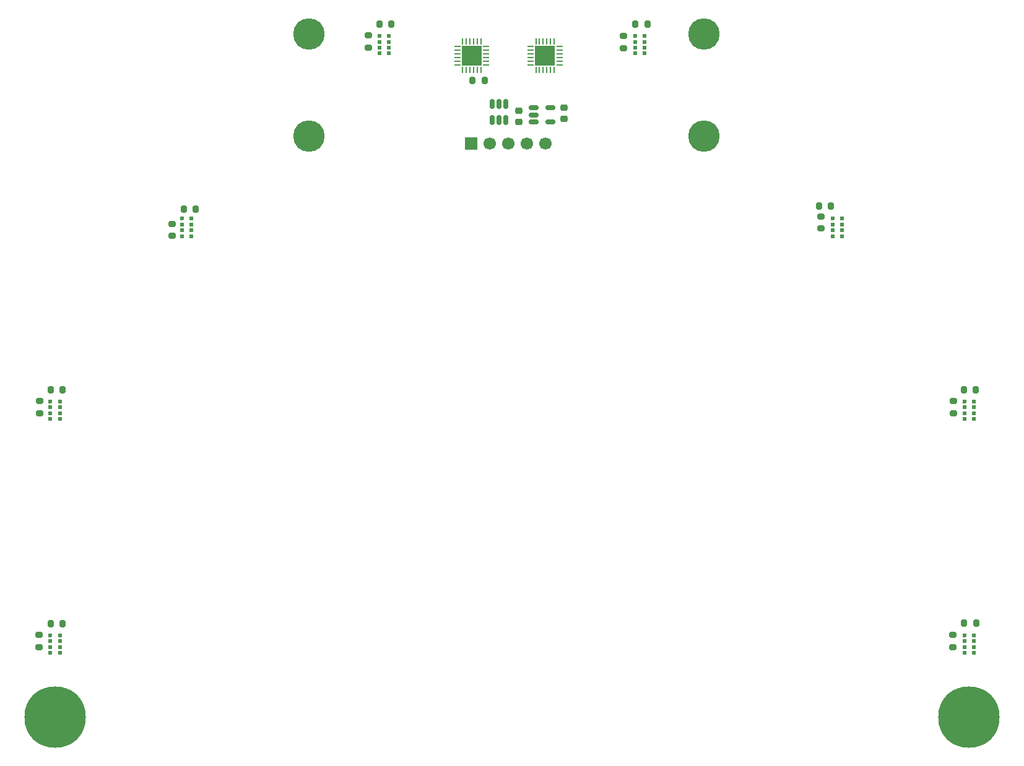
<source format=gbr>
%TF.GenerationSoftware,KiCad,Pcbnew,9.0.1*%
%TF.CreationDate,2025-05-06T09:20:45+02:00*%
%TF.ProjectId,lijnsensor V2 met IO_expander,6c696a6e-7365-46e7-936f-72205632206d,rev?*%
%TF.SameCoordinates,Original*%
%TF.FileFunction,Soldermask,Top*%
%TF.FilePolarity,Negative*%
%FSLAX46Y46*%
G04 Gerber Fmt 4.6, Leading zero omitted, Abs format (unit mm)*
G04 Created by KiCad (PCBNEW 9.0.1) date 2025-05-06 09:20:45*
%MOMM*%
%LPD*%
G01*
G04 APERTURE LIST*
G04 Aperture macros list*
%AMRoundRect*
0 Rectangle with rounded corners*
0 $1 Rounding radius*
0 $2 $3 $4 $5 $6 $7 $8 $9 X,Y pos of 4 corners*
0 Add a 4 corners polygon primitive as box body*
4,1,4,$2,$3,$4,$5,$6,$7,$8,$9,$2,$3,0*
0 Add four circle primitives for the rounded corners*
1,1,$1+$1,$2,$3*
1,1,$1+$1,$4,$5*
1,1,$1+$1,$6,$7*
1,1,$1+$1,$8,$9*
0 Add four rect primitives between the rounded corners*
20,1,$1+$1,$2,$3,$4,$5,0*
20,1,$1+$1,$4,$5,$6,$7,0*
20,1,$1+$1,$6,$7,$8,$9,0*
20,1,$1+$1,$8,$9,$2,$3,0*%
%AMOutline5P*
0 Free polygon, 5 corners , with rotation*
0 The origin of the aperture is its center*
0 number of corners: always 5*
0 $1 to $10 corner X, Y*
0 $11 Rotation angle, in degrees counterclockwise*
0 create outline with 5 corners*
4,1,5,$1,$2,$3,$4,$5,$6,$7,$8,$9,$10,$1,$2,$11*%
%AMOutline6P*
0 Free polygon, 6 corners , with rotation*
0 The origin of the aperture is its center*
0 number of corners: always 6*
0 $1 to $12 corner X, Y*
0 $13 Rotation angle, in degrees counterclockwise*
0 create outline with 6 corners*
4,1,6,$1,$2,$3,$4,$5,$6,$7,$8,$9,$10,$11,$12,$1,$2,$13*%
%AMOutline7P*
0 Free polygon, 7 corners , with rotation*
0 The origin of the aperture is its center*
0 number of corners: always 7*
0 $1 to $14 corner X, Y*
0 $15 Rotation angle, in degrees counterclockwise*
0 create outline with 7 corners*
4,1,7,$1,$2,$3,$4,$5,$6,$7,$8,$9,$10,$11,$12,$13,$14,$1,$2,$15*%
%AMOutline8P*
0 Free polygon, 8 corners , with rotation*
0 The origin of the aperture is its center*
0 number of corners: always 8*
0 $1 to $16 corner X, Y*
0 $17 Rotation angle, in degrees counterclockwise*
0 create outline with 8 corners*
4,1,8,$1,$2,$3,$4,$5,$6,$7,$8,$9,$10,$11,$12,$13,$14,$15,$16,$1,$2,$17*%
G04 Aperture macros list end*
%ADD10RoundRect,0.200000X-0.275000X0.200000X-0.275000X-0.200000X0.275000X-0.200000X0.275000X0.200000X0*%
%ADD11RoundRect,0.062500X0.350000X0.062500X-0.350000X0.062500X-0.350000X-0.062500X0.350000X-0.062500X0*%
%ADD12RoundRect,0.062500X0.062500X0.350000X-0.062500X0.350000X-0.062500X-0.350000X0.062500X-0.350000X0*%
%ADD13R,2.700000X2.700000*%
%ADD14Outline5P,-0.287500X0.244000X0.287500X0.244000X0.287500X-0.067100X0.110600X-0.244000X-0.287500X-0.244000X0.000000*%
%ADD15R,0.575000X0.488000*%
%ADD16C,8.400000*%
%ADD17R,1.700000X1.700000*%
%ADD18C,1.700000*%
%ADD19RoundRect,0.225000X-0.250000X0.225000X-0.250000X-0.225000X0.250000X-0.225000X0.250000X0.225000X0*%
%ADD20C,4.300000*%
%ADD21RoundRect,0.150000X-0.512500X-0.150000X0.512500X-0.150000X0.512500X0.150000X-0.512500X0.150000X0*%
%ADD22RoundRect,0.200000X-0.200000X-0.275000X0.200000X-0.275000X0.200000X0.275000X-0.200000X0.275000X0*%
%ADD23RoundRect,0.150000X0.150000X-0.512500X0.150000X0.512500X-0.150000X0.512500X-0.150000X-0.512500X0*%
G04 APERTURE END LIST*
D10*
%TO.C,R16*%
X53900000Y-106775000D03*
X53900000Y-108425000D03*
%TD*%
D11*
%TO.C,U12*%
X124962500Y-60750000D03*
X124962500Y-60250000D03*
X124962500Y-59750000D03*
X124962500Y-59250000D03*
X124962500Y-58750000D03*
X124962500Y-58250000D03*
D12*
X124250000Y-57537500D03*
X123750000Y-57537500D03*
X123250000Y-57537500D03*
X122750000Y-57537500D03*
X122250000Y-57537500D03*
X121750000Y-57537500D03*
D11*
X121037500Y-58250000D03*
X121037500Y-58750000D03*
X121037500Y-59250000D03*
X121037500Y-59750000D03*
X121037500Y-60250000D03*
X121037500Y-60750000D03*
D12*
X121750000Y-61462500D03*
X122250000Y-61462500D03*
X122750000Y-61462500D03*
X123250000Y-61462500D03*
X123750000Y-61462500D03*
X124250000Y-61462500D03*
D13*
X123000000Y-59500000D03*
%TD*%
D10*
%TO.C,R14*%
X72025000Y-82490000D03*
X72025000Y-84140000D03*
%TD*%
D14*
%TO.C,U5*%
X180362000Y-106800000D03*
D15*
X180362000Y-107600000D03*
X180362000Y-108400000D03*
X180362000Y-109200000D03*
X181638000Y-109200000D03*
X181638000Y-108400000D03*
X181638000Y-107600000D03*
X181638000Y-106800000D03*
%TD*%
D14*
%TO.C,U4*%
X180362000Y-138800000D03*
D15*
X180362000Y-139600000D03*
X180362000Y-140400000D03*
X180362000Y-141200000D03*
X181638000Y-141200000D03*
X181638000Y-140400000D03*
X181638000Y-139600000D03*
X181638000Y-138800000D03*
%TD*%
D14*
%TO.C,U9*%
X73362000Y-81800000D03*
D15*
X73362000Y-82600000D03*
X73362000Y-83400000D03*
X73362000Y-84200000D03*
X74638000Y-84200000D03*
X74638000Y-83400000D03*
X74638000Y-82600000D03*
X74638000Y-81800000D03*
%TD*%
D16*
%TO.C,H5*%
X56000000Y-150000000D03*
%TD*%
D14*
%TO.C,U6*%
X162362000Y-81800000D03*
D15*
X162362000Y-82600000D03*
X162362000Y-83400000D03*
X162362000Y-84200000D03*
X163638000Y-84200000D03*
X163638000Y-83400000D03*
X163638000Y-82600000D03*
X163638000Y-81800000D03*
%TD*%
D14*
%TO.C,U7*%
X135362000Y-56800000D03*
D15*
X135362000Y-57600000D03*
X135362000Y-58400000D03*
X135362000Y-59200000D03*
X136638000Y-59200000D03*
X136638000Y-58400000D03*
X136638000Y-57600000D03*
X136638000Y-56800000D03*
%TD*%
D17*
%TO.C,J2*%
X112920000Y-71500000D03*
D18*
X115460000Y-71500000D03*
X118000000Y-71500000D03*
X120540000Y-71500000D03*
X123080000Y-71500000D03*
%TD*%
D10*
%TO.C,R8*%
X160770000Y-81505000D03*
X160770000Y-83155000D03*
%TD*%
D19*
%TO.C,C2*%
X125600000Y-66625000D03*
X125600000Y-68175000D03*
%TD*%
D20*
%TO.C,H4*%
X90750000Y-70500000D03*
%TD*%
D14*
%TO.C,U10*%
X55362000Y-106800000D03*
D15*
X55362000Y-107600000D03*
X55362000Y-108400000D03*
X55362000Y-109200000D03*
X56638000Y-109200000D03*
X56638000Y-108400000D03*
X56638000Y-107600000D03*
X56638000Y-106800000D03*
%TD*%
D20*
%TO.C,H2*%
X144750000Y-56500000D03*
%TD*%
D10*
%TO.C,R2*%
X53800000Y-138775000D03*
X53800000Y-140425000D03*
%TD*%
D21*
%TO.C,U3*%
X121462500Y-66650000D03*
X121462500Y-67600000D03*
X121462500Y-68550000D03*
X123737500Y-68550000D03*
X123737500Y-66650000D03*
%TD*%
D22*
%TO.C,R15*%
X55375000Y-105200000D03*
X57025000Y-105200000D03*
%TD*%
%TO.C,R1*%
X55375000Y-137200000D03*
X57025000Y-137200000D03*
%TD*%
%TO.C,R13*%
X73605000Y-80470000D03*
X75255000Y-80470000D03*
%TD*%
D20*
%TO.C,H3*%
X90750000Y-56500000D03*
%TD*%
D23*
%TO.C,U1*%
X115750000Y-68337500D03*
X116700000Y-68337500D03*
X117650000Y-68337500D03*
X117650000Y-66062500D03*
X116700000Y-66062500D03*
X115750000Y-66062500D03*
%TD*%
D22*
%TO.C,R9*%
X135362000Y-55150000D03*
X137012000Y-55150000D03*
%TD*%
%TO.C,R17*%
X113075000Y-62860000D03*
X114725000Y-62860000D03*
%TD*%
D19*
%TO.C,C1*%
X119400000Y-67025000D03*
X119400000Y-68575000D03*
%TD*%
D16*
%TO.C,H6*%
X181000000Y-150000000D03*
%TD*%
D11*
%TO.C,U2*%
X114962500Y-60750000D03*
X114962500Y-60250000D03*
X114962500Y-59750000D03*
X114962500Y-59250000D03*
X114962500Y-58750000D03*
X114962500Y-58250000D03*
D12*
X114250000Y-57537500D03*
X113750000Y-57537500D03*
X113250000Y-57537500D03*
X112750000Y-57537500D03*
X112250000Y-57537500D03*
X111750000Y-57537500D03*
D11*
X111037500Y-58250000D03*
X111037500Y-58750000D03*
X111037500Y-59250000D03*
X111037500Y-59750000D03*
X111037500Y-60250000D03*
X111037500Y-60750000D03*
D12*
X111750000Y-61462500D03*
X112250000Y-61462500D03*
X112750000Y-61462500D03*
X113250000Y-61462500D03*
X113750000Y-61462500D03*
X114250000Y-61462500D03*
D13*
X113000000Y-59500000D03*
%TD*%
D10*
%TO.C,R4*%
X178738000Y-138750000D03*
X178738000Y-140400000D03*
%TD*%
D14*
%TO.C,U8*%
X100362000Y-56800000D03*
D15*
X100362000Y-57600000D03*
X100362000Y-58400000D03*
X100362000Y-59200000D03*
X101638000Y-59200000D03*
X101638000Y-58400000D03*
X101638000Y-57600000D03*
X101638000Y-56800000D03*
%TD*%
D14*
%TO.C,U11*%
X55362000Y-138800000D03*
D15*
X55362000Y-139600000D03*
X55362000Y-140400000D03*
X55362000Y-141200000D03*
X56638000Y-141200000D03*
X56638000Y-140400000D03*
X56638000Y-139600000D03*
X56638000Y-138800000D03*
%TD*%
D10*
%TO.C,R10*%
X133737000Y-56800000D03*
X133737000Y-58450000D03*
%TD*%
D22*
%TO.C,R7*%
X160475000Y-80100000D03*
X162125000Y-80100000D03*
%TD*%
%TO.C,R11*%
X100325000Y-55200000D03*
X101975000Y-55200000D03*
%TD*%
%TO.C,R5*%
X180250000Y-105180000D03*
X181900000Y-105180000D03*
%TD*%
D10*
%TO.C,R6*%
X178872500Y-106762500D03*
X178872500Y-108412500D03*
%TD*%
D20*
%TO.C,H1*%
X144750000Y-70500000D03*
%TD*%
D22*
%TO.C,R3*%
X180325000Y-137150000D03*
X181975000Y-137150000D03*
%TD*%
D10*
%TO.C,R12*%
X98800000Y-56725000D03*
X98800000Y-58375000D03*
%TD*%
M02*

</source>
